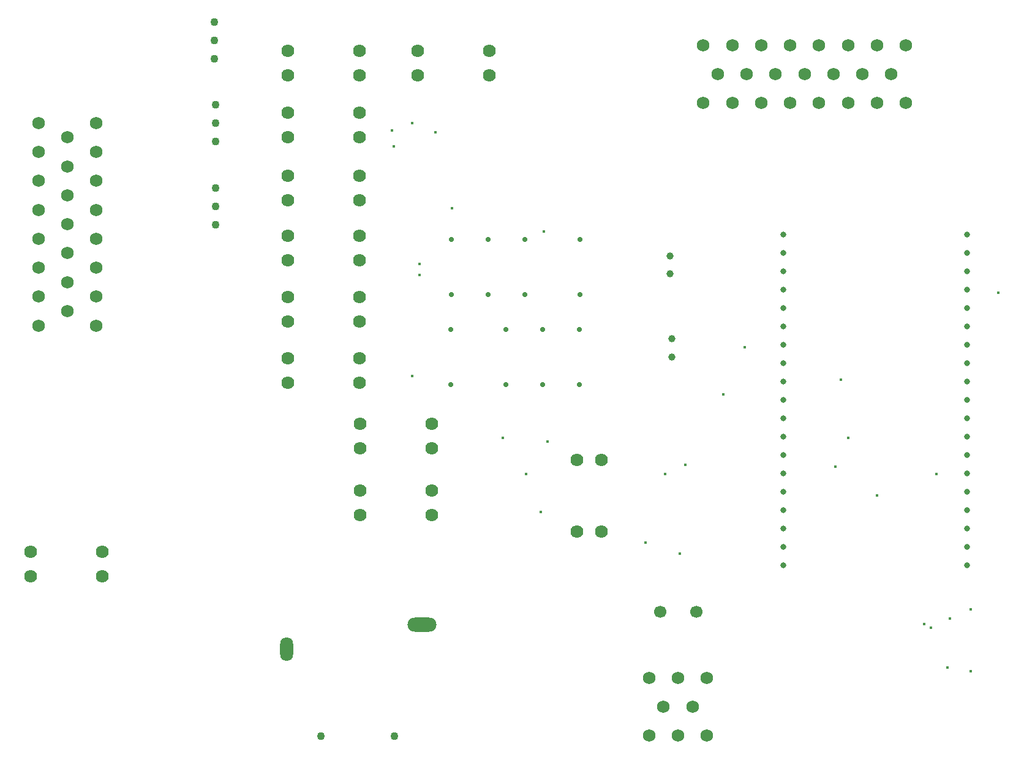
<source format=gbr>
%TF.GenerationSoftware,KiCad,Pcbnew,(6.0.1-0)*%
%TF.CreationDate,2023-01-17T12:42:01-05:00*%
%TF.ProjectId,rear-control-board,72656172-2d63-46f6-9e74-726f6c2d626f,rev?*%
%TF.SameCoordinates,Original*%
%TF.FileFunction,Plated,1,2,PTH,Mixed*%
%TF.FilePolarity,Positive*%
%FSLAX46Y46*%
G04 Gerber Fmt 4.6, Leading zero omitted, Abs format (unit mm)*
G04 Created by KiCad (PCBNEW (6.0.1-0)) date 2023-01-17 12:42:01*
%MOMM*%
%LPD*%
G01*
G04 APERTURE LIST*
%TA.AperFunction,ViaDrill*%
%ADD10C,0.400000*%
%TD*%
%TA.AperFunction,ComponentDrill*%
%ADD11C,0.700000*%
%TD*%
%TA.AperFunction,ComponentDrill*%
%ADD12C,0.800000*%
%TD*%
%TA.AperFunction,ComponentDrill*%
%ADD13C,1.000000*%
%TD*%
%TA.AperFunction,ComponentDrill*%
%ADD14C,1.090000*%
%TD*%
%TA.AperFunction,ComponentDrill*%
%ADD15C,1.100000*%
%TD*%
%TA.AperFunction,ComponentDrill*%
%ADD16C,1.700000*%
%TD*%
%TA.AperFunction,ComponentDrill*%
%ADD17C,1.750000*%
%TD*%
%TA.AperFunction,ComponentDrill*%
%ADD18C,1.780000*%
%TD*%
G04 aperture for slot hole*
%TA.AperFunction,ComponentDrill*%
%ADD19O,1.780000X3.330000*%
%TD*%
G04 aperture for slot hole*
%TA.AperFunction,ComponentDrill*%
%ADD20O,4.000000X1.950000*%
%TD*%
G04 APERTURE END LIST*
D10*
X110500000Y-78250000D03*
X110750000Y-80500000D03*
X113250000Y-77250000D03*
X113250000Y-112250000D03*
X114250000Y-96750000D03*
X114250000Y-98250000D03*
X116445000Y-78525000D03*
X118750000Y-89000000D03*
X125750000Y-120750000D03*
X129000000Y-125750000D03*
X131000000Y-131000000D03*
X131000000Y-131000000D03*
X131500000Y-92250000D03*
X132000000Y-121250000D03*
X145500000Y-135250000D03*
X148250000Y-125750000D03*
X150250000Y-136750000D03*
X151000000Y-124500000D03*
X156250000Y-114750000D03*
X159250000Y-108250000D03*
X171750000Y-124750000D03*
X172500000Y-112750000D03*
X173500000Y-120750000D03*
X177500000Y-128750000D03*
X184000000Y-146500000D03*
X185000000Y-147000000D03*
X185750000Y-125750000D03*
X187250000Y-152500000D03*
X187623500Y-145750000D03*
X190500000Y-144500000D03*
X190500000Y-153000000D03*
X194289020Y-100750000D03*
D11*
%TO.C,K3*%
X118560000Y-105756115D03*
X118560000Y-113376115D03*
%TO.C,K2*%
X118720000Y-93351115D03*
X118720000Y-100971115D03*
X123800000Y-93351115D03*
X123800000Y-100971115D03*
%TO.C,K3*%
X126180000Y-105756115D03*
X126180000Y-113376115D03*
%TO.C,K2*%
X128880000Y-93351115D03*
X128880000Y-100971115D03*
%TO.C,K3*%
X131260000Y-105756115D03*
X131260000Y-113376115D03*
X136340000Y-105756115D03*
X136340000Y-113376115D03*
%TO.C,K2*%
X136500000Y-93351115D03*
X136500000Y-100971115D03*
D12*
%TO.C,U1*%
X164550000Y-97763440D03*
X164550000Y-100303440D03*
X164550000Y-102843440D03*
X164550000Y-105383440D03*
X164550000Y-107923440D03*
X164550000Y-110463440D03*
X164550000Y-113003440D03*
X164550000Y-115543440D03*
X164550000Y-118083440D03*
X164550000Y-120623440D03*
X164550000Y-123163440D03*
X164550000Y-125703440D03*
X164550000Y-128243440D03*
X164550000Y-130783440D03*
X164550000Y-133323440D03*
X164550000Y-135863440D03*
X164550000Y-138403440D03*
X164553680Y-92686160D03*
X164553680Y-95226160D03*
X189950000Y-92683440D03*
X189950000Y-95223440D03*
X189950000Y-97763440D03*
X189950000Y-100303440D03*
X189950000Y-102843440D03*
X189950000Y-105383440D03*
X189950000Y-107923440D03*
X189950000Y-110463440D03*
X189950000Y-113003440D03*
X189950000Y-115543440D03*
X189950000Y-118083440D03*
X189950000Y-120623440D03*
X189950000Y-123163440D03*
X189950000Y-125703440D03*
X189950000Y-128243440D03*
X189950000Y-130783440D03*
X189950000Y-133323440D03*
X189950000Y-135863440D03*
X189950000Y-138403440D03*
D13*
%TO.C,J4*%
X148892500Y-95613615D03*
X148892500Y-98113615D03*
%TO.C,J5*%
X149117500Y-107101115D03*
X149117500Y-109601115D03*
D14*
%TO.C,K1*%
X100655000Y-162010000D03*
X110815000Y-162010000D03*
D15*
%TO.C,D12*%
X85940000Y-63285000D03*
X85940000Y-65825000D03*
X85940000Y-68365000D03*
%TO.C,D11*%
X86055000Y-74710000D03*
X86055000Y-77250000D03*
X86055000Y-79790000D03*
%TO.C,D10*%
X86095000Y-86265000D03*
X86095000Y-88805000D03*
X86095000Y-91345000D03*
D16*
%TO.C,J6*%
X147527500Y-144800000D03*
X152527500Y-144800000D03*
D17*
%TO.C,J1*%
X61587500Y-77250000D03*
X61587500Y-81250000D03*
X61587500Y-85250000D03*
X61587500Y-89250000D03*
X61587500Y-93250000D03*
X61587500Y-97250000D03*
X61587500Y-101250000D03*
X61587500Y-105250000D03*
X65587500Y-79250000D03*
X65587500Y-83250000D03*
X65587500Y-87250000D03*
X65587500Y-91250000D03*
X65587500Y-95250000D03*
X65587500Y-99250000D03*
X65587500Y-103250000D03*
X69587500Y-77250000D03*
X69587500Y-81250000D03*
X69587500Y-85250000D03*
X69587500Y-89250000D03*
X69587500Y-93250000D03*
X69587500Y-97250000D03*
X69587500Y-101250000D03*
X69587500Y-105250000D03*
%TO.C,J3*%
X146000000Y-153937500D03*
X146000000Y-161937500D03*
X148000000Y-157937500D03*
X150000000Y-153937500D03*
X150000000Y-161937500D03*
X152000000Y-157937500D03*
%TO.C,J2*%
X153500000Y-66500000D03*
X153500000Y-74500000D03*
%TO.C,J3*%
X154000000Y-153937500D03*
X154000000Y-161937500D03*
%TO.C,J2*%
X155500000Y-70500000D03*
X157500000Y-66500000D03*
X157500000Y-74500000D03*
X159500000Y-70500000D03*
X161500000Y-66500000D03*
X161500000Y-74500000D03*
X163500000Y-70500000D03*
X165500000Y-66500000D03*
X165500000Y-74500000D03*
X167500000Y-70500000D03*
X169500000Y-66500000D03*
X169500000Y-74500000D03*
X171500000Y-70500000D03*
X173500000Y-66500000D03*
X173500000Y-74500000D03*
X175500000Y-70500000D03*
X177500000Y-66500000D03*
X177500000Y-74500000D03*
X179500000Y-70500000D03*
X181500000Y-66500000D03*
X181500000Y-74500000D03*
D18*
%TO.C,F11*%
X60540000Y-136550000D03*
X60540000Y-139950000D03*
X70460000Y-136550000D03*
X70460000Y-139950000D03*
D19*
%TO.C,K1*%
X95875000Y-150000000D03*
D18*
%TO.C,F6*%
X96040000Y-67300000D03*
X96040000Y-70700000D03*
%TO.C,F2*%
X96040000Y-75800000D03*
X96040000Y-79200000D03*
%TO.C,F8*%
X96040000Y-84550000D03*
X96040000Y-87950000D03*
%TO.C,F4*%
X96040000Y-92800000D03*
X96040000Y-96200000D03*
%TO.C,F7*%
X96040000Y-101300000D03*
X96040000Y-104700000D03*
%TO.C,F5*%
X96040000Y-109800000D03*
X96040000Y-113200000D03*
%TO.C,F6*%
X105960000Y-67300000D03*
X105960000Y-70700000D03*
%TO.C,F2*%
X105960000Y-75800000D03*
X105960000Y-79200000D03*
%TO.C,F8*%
X105960000Y-84550000D03*
X105960000Y-87950000D03*
%TO.C,F4*%
X105960000Y-92800000D03*
X105960000Y-96200000D03*
%TO.C,F7*%
X105960000Y-101300000D03*
X105960000Y-104700000D03*
%TO.C,F5*%
X105960000Y-109800000D03*
X105960000Y-113200000D03*
%TO.C,F9*%
X106040000Y-118800000D03*
X106040000Y-122200000D03*
%TO.C,F3*%
X106040000Y-128050000D03*
X106040000Y-131450000D03*
%TO.C,F1*%
X114040000Y-67300000D03*
X114040000Y-70700000D03*
%TO.C,F9*%
X115960000Y-118800000D03*
X115960000Y-122200000D03*
%TO.C,F3*%
X115960000Y-128050000D03*
X115960000Y-131450000D03*
%TO.C,F1*%
X123960000Y-67300000D03*
X123960000Y-70700000D03*
%TO.C,F10*%
X136050000Y-123790000D03*
X136050000Y-133710000D03*
X139450000Y-123790000D03*
X139450000Y-133710000D03*
D20*
%TO.C,K1*%
X114625000Y-146570000D03*
M02*

</source>
